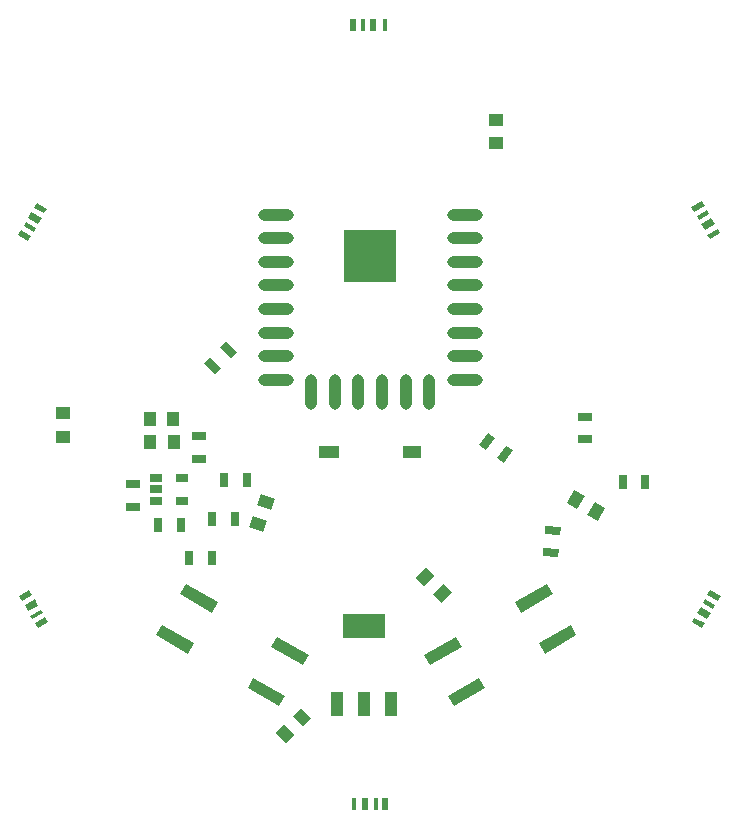
<source format=gtp>
G04 #@! TF.FileFunction,Paste,Top*
%FSLAX46Y46*%
G04 Gerber Fmt 4.6, Leading zero omitted, Abs format (unit mm)*
G04 Created by KiCad (PCBNEW 4.0.2+dfsg1-stable) date Mon 15 Oct 2018 12:38:46 AM EDT*
%MOMM*%
G01*
G04 APERTURE LIST*
%ADD10C,0.100000*%
%ADD11O,3.000000X1.000000*%
%ADD12O,1.000000X3.000000*%
%ADD13R,1.000000X1.250000*%
%ADD14R,0.700000X1.300000*%
%ADD15R,1.300000X0.700000*%
%ADD16R,1.060000X0.650000*%
%ADD17R,3.657600X2.032000*%
%ADD18R,1.016000X2.032000*%
%ADD19R,1.250000X1.000000*%
%ADD20R,4.470400X4.470400*%
%ADD21R,0.450000X1.000000*%
%ADD22R,0.600000X1.000000*%
%ADD23R,0.350000X1.000000*%
%ADD24R,0.500000X1.000000*%
%ADD25R,1.600000X1.000000*%
%ADD26R,1.700000X1.000000*%
G04 APERTURE END LIST*
D10*
D11*
X68250000Y-59210000D03*
X68250000Y-61210000D03*
X68250000Y-63210000D03*
X68250000Y-65210000D03*
X68250000Y-67210000D03*
X68250000Y-69210000D03*
X68250000Y-71210000D03*
X68250000Y-73210000D03*
D12*
X71250000Y-74210000D03*
X73250000Y-74210000D03*
X75250000Y-74210000D03*
X77250000Y-74210000D03*
X79250000Y-74210000D03*
X81250000Y-74210000D03*
D11*
X84250000Y-73210000D03*
X84250000Y-71210000D03*
X84250000Y-69210000D03*
X84250000Y-67210000D03*
X84250000Y-65210000D03*
X84250000Y-63210000D03*
X84250000Y-61210000D03*
X84250000Y-59210000D03*
D10*
G36*
X92908462Y-83621266D02*
X93533462Y-82538734D01*
X94399488Y-83038734D01*
X93774488Y-84121266D01*
X92908462Y-83621266D01*
X92908462Y-83621266D01*
G37*
G36*
X94640512Y-84621266D02*
X95265512Y-83538734D01*
X96131538Y-84038734D01*
X95506538Y-85121266D01*
X94640512Y-84621266D01*
X94640512Y-84621266D01*
G37*
G36*
X67164278Y-86083302D02*
X65989662Y-85655777D01*
X66331682Y-84716084D01*
X67506298Y-85143609D01*
X67164278Y-86083302D01*
X67164278Y-86083302D01*
G37*
G36*
X67848318Y-84203916D02*
X66673702Y-83776391D01*
X67015722Y-82836698D01*
X68190338Y-83264223D01*
X67848318Y-84203916D01*
X67848318Y-84203916D01*
G37*
D13*
X59570000Y-76550000D03*
X57570000Y-76550000D03*
D10*
G36*
X88337722Y-79173200D02*
X87592073Y-80238098D01*
X87018666Y-79836594D01*
X87764315Y-78771696D01*
X88337722Y-79173200D01*
X88337722Y-79173200D01*
G37*
G36*
X86781334Y-78083406D02*
X86035685Y-79148304D01*
X85462278Y-78746800D01*
X86207927Y-77681902D01*
X86781334Y-78083406D01*
X86781334Y-78083406D01*
G37*
G36*
X91085776Y-85538296D02*
X92380829Y-85651598D01*
X92319820Y-86348934D01*
X91024767Y-86235632D01*
X91085776Y-85538296D01*
X91085776Y-85538296D01*
G37*
G36*
X90920180Y-87431066D02*
X92215233Y-87544368D01*
X92154224Y-88241704D01*
X90859171Y-88128402D01*
X90920180Y-87431066D01*
X90920180Y-87431066D01*
G37*
D14*
X62872000Y-85008000D03*
X64772000Y-85008000D03*
X60940000Y-88320000D03*
X62840000Y-88320000D03*
X58300000Y-85516000D03*
X60200000Y-85516000D03*
X63888000Y-81706000D03*
X65788000Y-81706000D03*
D15*
X61790000Y-77962000D03*
X61790000Y-79862000D03*
X56202000Y-83926000D03*
X56202000Y-82026000D03*
D10*
G36*
X93210482Y-93966538D02*
X93710482Y-94832564D01*
X91025804Y-96382564D01*
X90525804Y-95516538D01*
X93210482Y-93966538D01*
X93210482Y-93966538D01*
G37*
G36*
X91210482Y-90502436D02*
X91710482Y-91368462D01*
X89025804Y-92918462D01*
X88525804Y-92052436D01*
X91210482Y-90502436D01*
X91210482Y-90502436D01*
G37*
G36*
X83494196Y-94957436D02*
X83994196Y-95823462D01*
X81309518Y-97373462D01*
X80809518Y-96507436D01*
X83494196Y-94957436D01*
X83494196Y-94957436D01*
G37*
G36*
X85494196Y-98421538D02*
X85994196Y-99287564D01*
X83309518Y-100837564D01*
X82809518Y-99971538D01*
X85494196Y-98421538D01*
X85494196Y-98421538D01*
G37*
G36*
X69050482Y-99971538D02*
X68550482Y-100837564D01*
X65865804Y-99287564D01*
X66365804Y-98421538D01*
X69050482Y-99971538D01*
X69050482Y-99971538D01*
G37*
G36*
X71050482Y-96507436D02*
X70550482Y-97373462D01*
X67865804Y-95823462D01*
X68365804Y-94957436D01*
X71050482Y-96507436D01*
X71050482Y-96507436D01*
G37*
G36*
X63334196Y-92052436D02*
X62834196Y-92918462D01*
X60149518Y-91368462D01*
X60649518Y-90502436D01*
X63334196Y-92052436D01*
X63334196Y-92052436D01*
G37*
G36*
X61334196Y-95516538D02*
X60834196Y-96382564D01*
X58149518Y-94832564D01*
X58649518Y-93966538D01*
X61334196Y-95516538D01*
X61334196Y-95516538D01*
G37*
D16*
X58150000Y-81518000D03*
X58150000Y-82468000D03*
X58150000Y-83418000D03*
X60350000Y-83418000D03*
X60350000Y-81518000D03*
D17*
X75710000Y-94067999D03*
D18*
X75710000Y-100672001D03*
X77996001Y-100672000D03*
X73423999Y-100672000D03*
D19*
X86870000Y-51160000D03*
X86870000Y-53160000D03*
X50250000Y-78000000D03*
X50250000Y-76000000D03*
D20*
X76210000Y-62700000D03*
D10*
G36*
X83132602Y-91188719D02*
X82248719Y-92072602D01*
X81541612Y-91365495D01*
X82425495Y-90481612D01*
X83132602Y-91188719D01*
X83132602Y-91188719D01*
G37*
G36*
X81718388Y-89774505D02*
X80834505Y-90658388D01*
X80127398Y-89951281D01*
X81011281Y-89067398D01*
X81718388Y-89774505D01*
X81718388Y-89774505D01*
G37*
D15*
X94410000Y-76340000D03*
X94410000Y-78240000D03*
D10*
G36*
X48020000Y-58220962D02*
X48886026Y-58720962D01*
X48661026Y-59110674D01*
X47795000Y-58610674D01*
X48020000Y-58220962D01*
X48020000Y-58220962D01*
G37*
G36*
X47570000Y-59000384D02*
X48436026Y-59500384D01*
X48136026Y-60020000D01*
X47270000Y-59520000D01*
X47570000Y-59000384D01*
X47570000Y-59000384D01*
G37*
G36*
X47070000Y-59866411D02*
X47936026Y-60366411D01*
X47761026Y-60669519D01*
X46895000Y-60169519D01*
X47070000Y-59866411D01*
X47070000Y-59866411D01*
G37*
G36*
X46695000Y-60515930D02*
X47561026Y-61015930D01*
X47311026Y-61448942D01*
X46445000Y-60948942D01*
X46695000Y-60515930D01*
X46695000Y-60515930D01*
G37*
G36*
X46530000Y-91510962D02*
X47396026Y-91010962D01*
X47621026Y-91400674D01*
X46755000Y-91900674D01*
X46530000Y-91510962D01*
X46530000Y-91510962D01*
G37*
G36*
X46980000Y-92290384D02*
X47846026Y-91790384D01*
X48146026Y-92310000D01*
X47280000Y-92810000D01*
X46980000Y-92290384D01*
X46980000Y-92290384D01*
G37*
G36*
X47480000Y-93156411D02*
X48346026Y-92656411D01*
X48521026Y-92959519D01*
X47655000Y-93459519D01*
X47480000Y-93156411D01*
X47480000Y-93156411D01*
G37*
G36*
X47855000Y-93805930D02*
X48721026Y-93305930D01*
X48971026Y-93738942D01*
X48105000Y-94238942D01*
X47855000Y-93805930D01*
X47855000Y-93805930D01*
G37*
D21*
X74865000Y-109140000D03*
D22*
X75840000Y-109140000D03*
D23*
X76715000Y-109140000D03*
D24*
X77540000Y-109140000D03*
D10*
G36*
X104340000Y-94219038D02*
X103473974Y-93719038D01*
X103698974Y-93329326D01*
X104565000Y-93829326D01*
X104340000Y-94219038D01*
X104340000Y-94219038D01*
G37*
G36*
X104790000Y-93439616D02*
X103923974Y-92939616D01*
X104223974Y-92420000D01*
X105090000Y-92920000D01*
X104790000Y-93439616D01*
X104790000Y-93439616D01*
G37*
G36*
X105290000Y-92573589D02*
X104423974Y-92073589D01*
X104598974Y-91770481D01*
X105465000Y-92270481D01*
X105290000Y-92573589D01*
X105290000Y-92573589D01*
G37*
G36*
X105665000Y-91924070D02*
X104798974Y-91424070D01*
X105048974Y-90991058D01*
X105915000Y-91491058D01*
X105665000Y-91924070D01*
X105665000Y-91924070D01*
G37*
G36*
X105880000Y-60799038D02*
X105013974Y-61299038D01*
X104788974Y-60909326D01*
X105655000Y-60409326D01*
X105880000Y-60799038D01*
X105880000Y-60799038D01*
G37*
G36*
X105430000Y-60019616D02*
X104563974Y-60519616D01*
X104263974Y-60000000D01*
X105130000Y-59500000D01*
X105430000Y-60019616D01*
X105430000Y-60019616D01*
G37*
G36*
X104930000Y-59153589D02*
X104063974Y-59653589D01*
X103888974Y-59350481D01*
X104755000Y-58850481D01*
X104930000Y-59153589D01*
X104930000Y-59153589D01*
G37*
G36*
X104555000Y-58504070D02*
X103688974Y-59004070D01*
X103438974Y-58571058D01*
X104305000Y-58071058D01*
X104555000Y-58504070D01*
X104555000Y-58504070D01*
G37*
D21*
X77485000Y-43190000D03*
D22*
X76510000Y-43190000D03*
D23*
X75635000Y-43190000D03*
D24*
X74810000Y-43190000D03*
D13*
X59600000Y-78500000D03*
X57600000Y-78500000D03*
D10*
G36*
X64039619Y-69921142D02*
X64958858Y-70840381D01*
X64463883Y-71335356D01*
X63544644Y-70416117D01*
X64039619Y-69921142D01*
X64039619Y-69921142D01*
G37*
G36*
X62696117Y-71264644D02*
X63615356Y-72183883D01*
X63120381Y-72678858D01*
X62201142Y-71759619D01*
X62696117Y-71264644D01*
X62696117Y-71264644D01*
G37*
D14*
X97650000Y-81860000D03*
X99550000Y-81860000D03*
D25*
X79780000Y-79270000D03*
D26*
X72780000Y-79270000D03*
D10*
G36*
X69151281Y-103962602D02*
X68267398Y-103078719D01*
X68974505Y-102371612D01*
X69858388Y-103255495D01*
X69151281Y-103962602D01*
X69151281Y-103962602D01*
G37*
G36*
X70565495Y-102548388D02*
X69681612Y-101664505D01*
X70388719Y-100957398D01*
X71272602Y-101841281D01*
X70565495Y-102548388D01*
X70565495Y-102548388D01*
G37*
M02*

</source>
